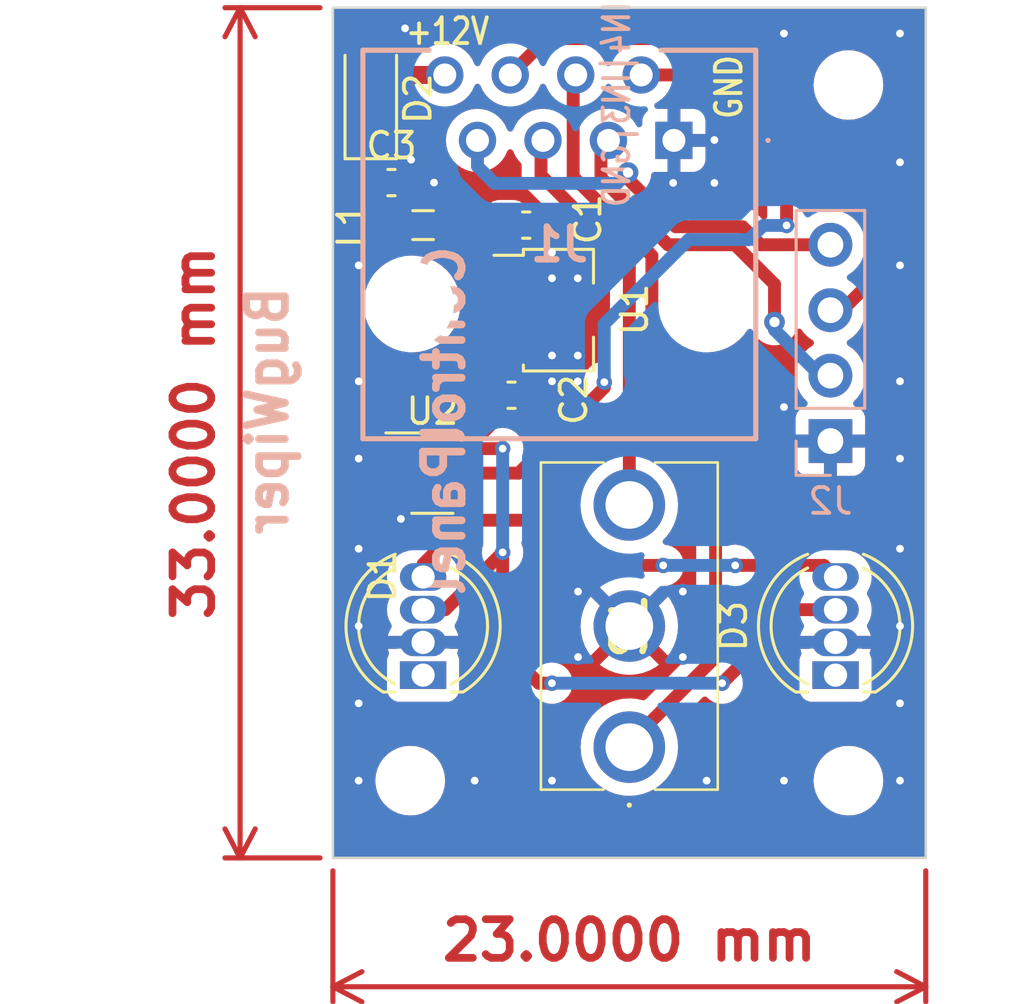
<source format=kicad_pcb>
(kicad_pcb (version 20221018) (generator pcbnew)
  (layers (0 "F.Cu" signal) (31 "B.Cu" signal) (34 "B.Paste" user) (35 "F.Paste" user) (36 "B.SilkS" user "B.Silkscreen") (37 "F.SilkS" user "F.Silkscreen") (38 "B.Mask" user) (39 "F.Mask" user) (44 "Edge.Cuts" user))
  (net 0 "")
  (net 2 "GND1")
  (net 3 "+5V")
  (net 4 "OUT1")
  (net 5 "Net-(D2-K)")
  (net 6 "V_IN")
  (net 7 "IN1")
  (net 8 "IN2")
  (net 10 "IN3")
  (net 11 "IN4")
  (net 12 "OUT_1")
  (net 14 "Net-(U1-VIN)")
  (net 15 "OUT2")
  (footprint "MountingHole:MountingHole_2.2mm_M2_DIN965" (layer "F.Cu") (at 170 97)
    (fp_text reference "H3" hide)
    (fp_text value "MountingHole")
    (pad "" np_thru_hole circle (at 0 0) (size 2.2 2.2) (drill 2.2) (layers "*.Cu" "*.Mask"))
  )
  (footprint "Package_TO_SOT_SMD:SOT-89-3" (layer "F.Cu") (at 158.75 78.739)
    (fp_text reference "U1" (at 2.9512 -0.0254 90) (layer "F.SilkS"))
    (fp_text value "AP2204R-5.0")
    (fp_line (start -2.5 -2.13) (end -1.36 -2.13) (stroke (width 0.12)) (layer "F.SilkS"))
    (fp_line (start -1.36 -2.36) (end -1.36 -2.13) (stroke (width 0.12)) (layer "F.SilkS"))
    (fp_line (start -1.36 -2.36) (end 1.36 -2.36) (stroke (width 0.12)) (layer "F.SilkS"))
    (fp_line (start -1.36 2.36) (end -1.36 2.13) (stroke (width 0.12)) (layer "F.SilkS"))
    (fp_line (start 1.36 -2.36) (end 1.36 -1.05) (stroke (width 0.12)) (layer "F.SilkS"))
    (fp_line (start 1.36 1.05) (end 1.36 2.36) (stroke (width 0.12)) (layer "F.SilkS"))
    (fp_line (start 1.36 2.36) (end -1.36 2.36) (stroke (width 0.12)) (layer "F.SilkS"))
    (pad "1" smd rect (at -1.95 -1.5) (size 1.3 0.9) (layers "F.Cu" "F.Paste" "F.Mask") (net 14 "Net-(U1-VIN)"))
    (pad "2" smd custom (at -1.8625 0) (size 1.475 0.9) (layers "F.Cu" "F.Paste" "F.Mask") (net 2 "GND1") (options (clearance outline) (anchor rect)) (primitives (gr_poly (pts (xy 3.8625 0.8665) (xy 0.7375 0.8665) (xy 0.7375 -0.8665) (xy 3.8625 -0.8665)) (width 0) (fill yes))))
    (pad "3" smd rect (at -1.95 1.5) (size 1.3 0.9) (layers "F.Cu" "F.Paste" "F.Mask") (net 3 "+5V"))
  )
  (footprint "Diode_SMD:D_SOD-123" (layer "F.Cu") (at 151.47 70.5 90)
    (fp_text reference "D2" (at -0.032 1.8288 90) (layer "F.SilkS"))
    (fp_text value "1N4148W")
    (fp_line (start -2.36 -1) (end -2.36 1) (stroke (width 0.12)) (layer "F.SilkS"))
    (fp_line (start -2.36 -1) (end 1.65 -1) (stroke (width 0.12)) (layer "F.SilkS"))
    (fp_line (start -2.36 1) (end 1.65 1) (stroke (width 0.12)) (layer "F.SilkS"))
    (pad "1" smd roundrect (at -1.65 0 90) (size 0.9 1.2) (layers "F.Cu" "F.Paste" "F.Mask") (net 5 "Net-(D2-K)"))
    (pad "2" smd roundrect (at 1.65 0 90) (size 0.9 1.2) (layers "F.Cu" "F.Paste" "F.Mask") (net 6 "V_IN"))
  )
  (footprint "Inductor_SMD:L_0805_2012Metric" (layer "F.Cu") (at 153.5 75.438)
    (fp_text reference "L1" (at -2.794 0 90) (layer "F.SilkS"))
    (fp_text value "L_Ferrite")
    (fp_line (start -0.399622 -0.56) (end 0.399622 -0.56) (stroke (width 0.12)) (layer "F.SilkS"))
    (fp_line (start -0.399622 0.56) (end 0.399622 0.56) (stroke (width 0.12)) (layer "F.SilkS"))
    (pad "1" smd roundrect (at -1.0625 0) (size 0.875 1.2) (layers "F.Cu" "F.Paste" "F.Mask") (net 5 "Net-(D2-K)"))
    (pad "2" smd roundrect (at 1.0625 0) (size 0.875 1.2) (layers "F.Cu" "F.Paste" "F.Mask") (net 14 "Net-(U1-VIN)"))
  )
  (footprint "BugWiper_lib:100SP4T1B4M2QE" (layer "F.Cu") (at 161.5 91 90)
    (fp_text reference "S1" (at 0 0 90) (layer "F.SilkS") (effects (font (size 1.27 1.27) (thickness 0.254))))
    (fp_text value "100SP4T1B4M2QE" hide)
    (fp_line (start -7 0) (end -7 0) (stroke (width 0.1)) (layer "F.SilkS"))
    (fp_line (start -6.9 0) (end -6.9 0) (stroke (width 0.1)) (layer "F.SilkS"))
    (fp_line (start -6.35 -3.43) (end 6.35 -3.43) (stroke (width 0.1)) (layer "F.SilkS"))
    (fp_line (start -6.35 -1) (end -6.35 -3.43) (stroke (width 0.1)) (layer "F.SilkS"))
    (fp_line (start -6.35 1) (end -6.35 3.43) (stroke (width 0.1)) (layer "F.SilkS"))
    (fp_line (start -6.35 3.43) (end 6.35 3.43) (stroke (width 0.1)) (layer "F.SilkS"))
    (fp_line (start 6.35 -3.43) (end 6.35 -1) (stroke (width 0.1)) (layer "F.SilkS"))
    (fp_line (start 6.35 3.43) (end 6.35 1) (stroke (width 0.1)) (layer "F.SilkS"))
    (fp_arc (start -7 0) (mid -6.95 -0.05) (end -6.9 0) (stroke (width 0.1)) (layer "F.SilkS"))
    (fp_arc (start -6.9 0) (mid -6.95 0.05) (end -7 0) (stroke (width 0.1)) (layer "F.SilkS"))
    (pad "1" thru_hole circle (at -4.7 0 90) (size 2.775 2.775) (drill 1.85) (layers "*.Cu" "*.Mask") (net 7 "IN1"))
    (pad "2" thru_hole circle (at 0 0 90) (size 2.775 2.775) (drill 1.85) (layers "*.Cu" "*.Mask") (net 2 "GND1"))
    (pad "3" thru_hole circle (at 4.7 0 90) (size 2.775 2.775) (drill 1.85) (layers "*.Cu" "*.Mask") (net 8 "IN2"))
  )
  (footprint "Capacitor_SMD:C_0603_1608Metric" (layer "F.Cu") (at 156.931 82.041)
    (fp_text reference "C2" (at 2.413 0.1778 90) (layer "F.SilkS"))
    (fp_text value "470nF")
    (fp_line (start -0.14058 -0.51) (end 0.14058 -0.51) (stroke (width 0.12)) (layer "F.SilkS"))
    (fp_line (start -0.14058 0.51) (end 0.14058 0.51) (stroke (width 0.12)) (layer "F.SilkS"))
    (pad "1" smd roundrect (at -0.775 0) (size 0.9 0.95) (layers "F.Cu" "F.Paste" "F.Mask") (net 3 "+5V"))
    (pad "2" smd roundrect (at 0.775 0) (size 0.9 0.95) (layers "F.Cu" "F.Paste" "F.Mask") (net 2 "GND1"))
  )
  (footprint "Capacitor_SMD:C_0603_1608Metric" (layer "F.Cu") (at 152.273 73.787)
    (fp_text reference "C3" (at 0 -1.43) (layer "F.SilkS"))
    (fp_text value "100nF")
    (fp_line (start -0.14058 -0.51) (end 0.14058 -0.51) (stroke (width 0.12)) (layer "F.SilkS"))
    (fp_line (start -0.14058 0.51) (end 0.14058 0.51) (stroke (width 0.12)) (layer "F.SilkS"))
    (pad "1" smd roundrect (at -0.775 0) (size 0.9 0.95) (layers "F.Cu" "F.Paste" "F.Mask") (net 5 "Net-(D2-K)"))
    (pad "2" smd roundrect (at 0.775 0) (size 0.9 0.95) (layers "F.Cu" "F.Paste" "F.Mask") (net 2 "GND1"))
  )
  (footprint "LED_THT:LED_D5.0mm-4_RGB" (layer "F.Cu") (at 169.5 91 90)
    (fp_text reference "D3" (at 0 -3.96 90) (layer "F.SilkS"))
    (fp_text value "APA-106-F5")
    (fp_line (start -2.56 -1.545) (end -2.56 -1.08) (stroke (width 0.12)) (layer "F.SilkS"))
    (fp_line (start -2.56 1.08) (end -2.56 1.545) (stroke (width 0.12)) (layer "F.SilkS"))
    (fp_arc (start -2.56 -1.54483) (mid 0.258456 -2.978809) (end 2.787815 -1.080827) (stroke (width 0.12)) (layer "F.SilkS"))
    (fp_arc (start -2.254684 -1.08) (mid -0.000238 -2.5) (end 2.254479 -1.080429) (stroke (width 0.12)) (layer "F.SilkS"))
    (fp_arc (start 2.254479 1.080429) (mid -0.000238 2.5) (end -2.254684 1.08) (stroke (width 0.12)) (layer "F.SilkS"))
    (fp_arc (start 2.787815 1.080827) (mid 0.258456 2.978808) (end -2.56 1.54483) (stroke (width 0.12)) (layer "F.SilkS"))
    (pad "1" thru_hole rect (at -1.905 0 90) (size 1.07 1.8) (drill 0.9) (layers "*.Cu" "*.Mask"))
    (pad "2" thru_hole oval (at -0.635 0 90) (size 1.07 1.8) (drill 0.9) (layers "*.Cu" "*.Mask") (net 2 "GND1"))
    (pad "3" thru_hole oval (at 0.635 0 90) (size 1.07 1.8) (drill 0.9) (layers "*.Cu" "*.Mask") (net 3 "+5V"))
    (pad "4" thru_hole oval (at 1.905 0 90) (size 1.07 1.8) (drill 0.9) (layers "*.Cu" "*.Mask") (net 12 "OUT_1"))
  )
  (footprint "MountingHole:MountingHole_2.2mm_M2_DIN965" (layer "F.Cu") (at 170 70)
    (fp_text reference "H1" hide)
    (fp_text value "MountingHole")
    (pad "" np_thru_hole circle (at 0 0) (size 2.2 2.2) (drill 2.2) (layers "*.Cu" "*.Mask"))
  )
  (footprint "Package_TO_SOT_SMD:SOT-23-5" (layer "F.Cu") (at 153.8576 85.0636)
    (fp_text reference "U2" (at 0 -2.4) (layer "F.SilkS"))
    (fp_text value "SN74LV1T34DBV")
    (fp_line (start 0 -1.56) (end -1.8 -1.56) (stroke (width 0.12)) (layer "F.SilkS"))
    (fp_line (start 0 -1.56) (end 0.8 -1.56) (stroke (width 0.12)) (layer "F.SilkS"))
    (fp_line (start 0 1.56) (end -0.8 1.56) (stroke (width 0.12)) (layer "F.SilkS"))
    (fp_line (start 0 1.56) (end 0.8 1.56) (stroke (width 0.12)) (layer "F.SilkS"))
    (pad "1" smd roundrect (at -1.1375 -0.95) (size 1.325 0.6) (layers "F.Cu" "F.Paste" "F.Mask"))
    (pad "2" smd roundrect (at -1.1375 0) (size 1.325 0.6) (layers "F.Cu" "F.Paste" "F.Mask") (net 4 "OUT1"))
    (pad "3" smd roundrect (at -1.1375 0.95) (size 1.325 0.6) (layers "F.Cu" "F.Paste" "F.Mask") (net 2 "GND1"))
    (pad "4" smd roundrect (at 1.1375 0.95) (size 1.325 0.6) (layers "F.Cu" "F.Paste" "F.Mask") (net 12 "OUT_1"))
    (pad "5" smd roundrect (at 1.1375 -0.95) (size 1.325 0.6) (layers "F.Cu" "F.Paste" "F.Mask") (net 3 "+5V"))
  )
  (footprint "MountingHole:MountingHole_2.2mm_M2_DIN965" (layer "F.Cu") (at 153 97)
    (fp_text reference "H2" hide)
    (fp_text value "MountingHole")
    (pad "" np_thru_hole circle (at 0 0) (size 2.2 2.2) (drill 2.2) (layers "*.Cu" "*.Mask"))
  )
  (footprint "Capacitor_SMD:C_0603_1608Metric" (layer "F.Cu") (at 157.5 75.438)
    (fp_text reference "C1" (at 2.3876 -0.2286 90) (layer "F.SilkS"))
    (fp_text value "100nF")
    (fp_line (start -0.14058 -0.51) (end 0.14058 -0.51) (stroke (width 0.12)) (layer "F.SilkS"))
    (fp_line (start -0.14058 0.51) (end 0.14058 0.51) (stroke (width 0.12)) (layer "F.SilkS"))
    (pad "1" smd roundrect (at -0.775 0) (size 0.9 0.95) (layers "F.Cu" "F.Paste" "F.Mask") (net 14 "Net-(U1-VIN)"))
    (pad "2" smd roundrect (at 0.775 0) (size 0.9 0.95) (layers "F.Cu" "F.Paste" "F.Mask") (net 2 "GND1"))
  )
  (footprint "LED_THT:LED_D5.0mm-4_RGB" (layer "F.Cu") (at 153.5 91 90)
    (fp_text reference "D1" (at 1.9008 -1.5728 90) (layer "F.SilkS"))
    (fp_text value "APA-106-F5")
    (fp_line (start -2.56 -1.545) (end -2.56 -1.08) (stroke (width 0.12)) (layer "F.SilkS"))
    (fp_line (start -2.56 1.08) (end -2.56 1.545) (stroke (width 0.12)) (layer "F.SilkS"))
    (fp_arc (start -2.56 -1.54483) (mid 0.258456 -2.978809) (end 2.787815 -1.080827) (stroke (width 0.12)) (layer "F.SilkS"))
    (fp_arc (start -2.254684 -1.08) (mid -0.000238 -2.5) (end 2.254479 -1.080429) (stroke (width 0.12)) (layer "F.SilkS"))
    (fp_arc (start 2.254479 1.080429) (mid -0.000238 2.5) (end -2.254684 1.08) (stroke (width 0.12)) (layer "F.SilkS"))
    (fp_arc (start 2.787815 1.080827) (mid 0.258456 2.978808) (end -2.56 1.54483) (stroke (width 0.12)) (layer "F.SilkS"))
    (pad "1" thru_hole rect (at -1.905 0 90) (size 1.07 1.8) (drill 0.9) (layers "*.Cu" "*.Mask"))
    (pad "2" thru_hole oval (at -0.635 0 90) (size 1.07 1.8) (drill 0.9) (layers "*.Cu" "*.Mask") (net 2 "GND1"))
    (pad "3" thru_hole oval (at 0.635 0 90) (size 1.07 1.8) (drill 0.9) (layers "*.Cu" "*.Mask") (net 3 "+5V"))
    (pad "4" thru_hole oval (at 1.905 0 90) (size 1.07 1.8) (drill 0.9) (layers "*.Cu" "*.Mask") (net 12 "OUT_1"))
  )
  (footprint "Connector_PinHeader_2.54mm:PinHeader_1x04_P2.54mm_Vertical" (layer "B.Cu") (at 169.3008 83.82)
    (fp_text reference "J2" (at 0 2.33 180) (layer "B.SilkS") (effects (justify mirror)))
    (fp_text value "Conn_01x03_Socket")
    (fp_line (start -1.33 -8.95) (end 1.33 -8.95) (stroke (width 0.12)) (layer "B.SilkS"))
    (fp_line (start -1.33 -1.27) (end -1.33 -8.95) (stroke (width 0.12)) (layer "B.SilkS"))
    (fp_line (start -1.33 -1.27) (end 1.33 -1.27) (stroke (width 0.12)) (layer "B.SilkS"))
    (fp_line (start -1.33 0) (end -1.33 1.33) (stroke (width 0.12)) (layer "B.SilkS"))
    (fp_line (start -1.33 1.33) (end 0 1.33) (stroke (width 0.12)) (layer "B.SilkS"))
    (fp_line (start 1.33 -1.27) (end 1.33 -8.95) (stroke (width 0.12)) (layer "B.SilkS"))
    (pad "1" thru_hole rect (at 0 0) (size 1.7 1.7) (drill 1) (layers "*.Cu" "*.Mask") (net 2 "GND1"))
    (pad "2" thru_hole oval (at 0 -2.54) (size 1.7 1.7) (drill 1) (layers "*.Cu" "*.Mask") (net 15 "OUT2"))
    (pad "3" thru_hole oval (at 0 -5.08) (size 1.7 1.7) (drill 1) (layers "*.Cu" "*.Mask") (net 10 "IN3"))
    (pad "4" thru_hole oval (at 0 -7.62) (size 1.7 1.7) (drill 1) (layers "*.Cu" "*.Mask") (net 11 "IN4"))
  )
  (footprint "BugWiper_lib:MJ3415882" (layer "B.Cu") (at 163.23 72.15 180)
    (fp_text reference "J1" (at 4.445 -4.04) (layer "B.SilkS") (effects (font (size 1.27 1.27) (thickness 0.254)) (justify mirror)))
    (fp_text value "RJ45" hide)
    (fp_line (start -3.7 0) (end -3.7 0) (stroke (width 0.1)) (layer "B.SilkS"))
    (fp_line (start -3.6 0) (end -3.6 0) (stroke (width 0.1)) (layer "B.SilkS"))
    (fp_line (start -3.175 -11.58) (end 12.065 -11.58) (stroke (width 0.2)) (layer "B.SilkS"))
    (fp_line (start -3.175 3.5) (end -3.175 -11.58) (stroke (width 0.2)) (layer "B.SilkS"))
    (fp_line (start 0.5 3.5) (end -3.175 3.5) (stroke (width 0.2)) (layer "B.SilkS"))
    (fp_line (start 12.065 -11.58) (end 12.065 3.5) (stroke (width 0.2)) (layer "B.SilkS"))
    (fp_line (start 12.065 3.5) (end 9.5 3.5) (stroke (width 0.2)) (layer "B.SilkS"))
    (fp_arc (start -3.7 0) (mid -3.65 -0.05) (end -3.6 0) (stroke (width 0.1)) (layer "B.SilkS"))
    (fp_arc (start -3.6 0) (mid -3.65 0.05) (end -3.7 0) (stroke (width 0.1)) (layer "B.SilkS"))
    (pad "" np_thru_hole circle (at -1.27 -6.35 180) (size 3.25 3.25) (drill 3.25) (layers "*.Cu" "*.Mask"))
    (pad "" np_thru_hole circle (at 10.16 -6.35 180) (size 3.25 3.25) (drill 3.25) (layers "*.Cu" "*.Mask"))
    (pad "1" thru_hole rect (at 0 0 180) (size 1.446 1.446) (drill 0.89) (layers "*.Cu" "*.Mask") (net 2 "GND1"))
    (pad "2" thru_hole circle (at 1.27 2.54 180) (size 1.446 1.446) (drill 0.89) (layers "*.Cu" "*.Mask") (net 4 "OUT1"))
    (pad "3" thru_hole circle (at 2.54 0 180) (size 1.446 1.446) (drill 0.89) (layers "*.Cu" "*.Mask") (net 15 "OUT2"))
    (pad "4" thru_hole circle (at 3.81 2.54 180) (size 1.446 1.446) (drill 0.89) (layers "*.Cu" "*.Mask") (net 7 "IN1"))
    (pad "5" thru_hole circle (at 5.08 0 180) (size 1.446 1.446) (drill 0.89) (layers "*.Cu" "*.Mask") (net 8 "IN2"))
    (pad "6" thru_hole circle (at 6.35 2.54 180) (size 1.446 1.446) (drill 0.89) (layers "*.Cu" "*.Mask") (net 10 "IN3"))
    (pad "7" thru_hole circle (at 7.62 0 180) (size 1.446 1.446) (drill 0.89) (layers "*.Cu" "*.Mask") (net 11 "IN4"))
    (pad "8" thru_hole circle (at 8.89 2.54 180) (size 1.446 1.446) (drill 0.89) (layers "*.Cu" "*.Mask") (net 6 "V_IN"))
  )
  (gr_rect (start 150 67) (end 173 100) (stroke (width 0.1)) (fill none) (layer "Edge.Cuts"))
  (gr_text "ControlPanel" (at 155.194 76.0984 90) (layer "B.SilkS") (effects (font (size 1.5 1.4) (thickness 0.3) bold) (justify left bottom mirror)))
  (gr_text "BugWiper" (at 148.336 77.6732 90) (layer "B.SilkS") (effects (font (size 1.5 1.4) (thickness 0.3) bold) (justify left bottom mirror)))
  (gr_text "IN4|IN3|GND" (at 161.5948 66.7004 90) (layer "B.SilkS") (effects (font (size 1 0.8)) (justify left bottom mirror)))
  (gr_text "GND" (at 165.948 71.3984 90) (layer "F.SilkS") (effects (font (size 1 0.8) (thickness 0.15) bold) (justify left bottom)))
  (gr_text "+12V" (at 152.75 68.5) (layer "F.SilkS") (effects (font (size 1 0.8) (thickness 0.15) bold) (justify left bottom)))
  (dimension (type aligned) (layer "F.Cu") (pts (xy 173 100) (xy 150 100)) (height -5) (gr_text "23.0000 mm" (at 161.5 103.2) (layer "F.Cu") (effects (font (size 1.5 1.5) (thickness 0.3)))) (format (prefix "") (suffix "") (units 3) (units_format 1) (precision 4)) (style (thickness 0.2) (arrow_length 1.27) (text_position_mode 0) (extension_height 0.58642) (extension_offset 0.5) keep_text_aligned))
  (dimension (type aligned) (layer "F.Cu") (pts (xy 150 67) (xy 150 100)) (height 3.599999) (gr_text "33.0000 mm" (at 144.600001 83.5 90) (layer "F.Cu") (effects (font (size 1.5 1.5) (thickness 0.3)))) (format (prefix "") (suffix "") (units 3) (units_format 1) (precision 4)) (style (thickness 0.2) (arrow_length 1.27) (text_position_mode 0) (extension_height 0.58642) (extension_offset 0.5) keep_text_aligned))
  (segment (start 158.275 78.046) (end 158.275 75.437) (width 0.7) (layer "F.Cu") (net 2))
  (segment (start 157.582 78.739) (end 158.275 78.046) (width 0.7) (layer "F.Cu") (net 2))
  (segment (start 156.8875 78.739) (end 157.582 78.739) (width 0.7) (layer "F.Cu") (net 2))
  (via (at 151 77) (size 0.6) (drill 0.3) (layers "F.Cu" "B.Cu") (net 2))
  (via (at 167.5 68) (size 0.6) (drill 0.3) (layers "F.Cu" "B.Cu") (net 2))
  (via (at 151 84.5) (size 0.6) (drill 0.3) (layers "F.Cu" "B.Cu") (net 2))
  (via (at 172 91) (size 0.6) (drill 0.3) (layers "F.Cu" "B.Cu") (net 2))
  (via (at 172 94) (size 0.6) (drill 0.3) (layers "F.Cu" "B.Cu") (net 2))
  (via (at 167.5 82.5) (size 0.6) (drill 0.3) (layers "F.Cu" "B.Cu") (net 2))
  (via (at 158.5 80.5) (size 0.6) (drill 0.3) (layers "F.Cu" "B.Cu") (net 2))
  (via (at 163.576 89.662) (size 0.6) (drill 0.3) (layers "F.Cu" "B.Cu") (net 2))
  (via (at 158.5 76.5) (size 0.6) (drill 0.3) (layers "F.Cu" "B.Cu") (net 2))
  (via (at 155.5 97) (size 0.6) (drill 0.3) (layers "F.Cu" "B.Cu") (net 2))
  (via (at 152.8 67.8) (size 0.6) (drill 0.3) (layers "F.Cu" "B.Cu") (net 2))
  (via (at 159.5 81.5) (size 0.6) (drill 0.3) (layers "F.Cu" "B.Cu") (net 2))
  (via (at 153.924 73.787) (size 0.6) (drill 0.3) (layers "F.Cu" "B.Cu") (net 2))
  (via (at 159.5 80.5) (size 0.6) (drill 0.3) (layers "F.Cu" "B.Cu") (net 2))
  (via (at 151 94) (size 0.6) (drill 0.3) (layers "F.Cu" "B.Cu") (net 2))
  (via (at 158.5 97) (size 0.6) (drill 0.3) (layers "F.Cu" "B.Cu") (net 2))
  (via (at 151 81.5) (size 0.6) (drill 0.3) (layers "F.Cu" "B.Cu") (net 2))
  (via (at 172 73) (size 0.6) (drill 0.3) (layers "F.Cu" "B.Cu") (net 2))
  (via (at 172 81.5) (size 0.6) (drill 0.3) (layers "F.Cu" "B.Cu") (net 2))
  (via (at 158.5 77.5) (size 0.6) (drill 0.3) (layers "F.Cu" "B.Cu") (net 2))
  (via (at 159.5 77.5) (size 0.6) (drill 0.3) (layers "F.Cu" "B.Cu") (net 2))
  (via (at 172 77) (size 0.6) (drill 0.3) (layers "F.Cu" "B.Cu") (net 2))
  (via (at 151 88) (size 0.6) (drill 0.3) (layers "F.Cu" "B.Cu") (net 2))
  (via (at 172 97) (size 0.6) (drill 0.3) (layers "F.Cu" "B.Cu") (net 2))
  (via (at 163.2 73.8) (size 0.6) (drill 0.3) (layers "F.Cu" "B.Cu") (net 2))
  (via (at 151 97) (size 0.6) (drill 0.3) (layers "F.Cu" "B.Cu") (net 2))
  (via (at 172 84.5) (size 0.6) (drill 0.3) (layers "F.Cu" "B.Cu") (net 2))
  (via (at 159.512 89.662) (size 0.6) (drill 0.3) (layers "F.Cu" "B.Cu") (net 2))
  (via (at 164.8 73.8) (size 0.6) (drill 0.3) (layers "F.Cu" "B.Cu") (net 2))
  (via (at 172 68) (size 0.6) (drill 0.3) (layers "F.Cu" "B.Cu") (net 2))
  (via (at 164.5 97) (size 0.6) (drill 0.3) (layers "F.Cu" "B.Cu") (net 2))
  (via (at 153.035 72.898) (size 0.6) (drill 0.3) (layers "F.Cu" "B.Cu") (net 2))
  (via (at 152.6384 86.8416) (size 0.6) (drill 0.3) (layers "F.Cu" "B.Cu") (net 2))
  (via (at 159.512 92.202) (size 0.6) (drill 0.3) (layers "F.Cu" "B.Cu") (net 2))
  (via (at 167.5 97) (size 0.6) (drill 0.3) (layers "F.Cu" "B.Cu") (net 2))
  (via (at 172 88) (size 0.6) (drill 0.3) (layers "F.Cu" "B.Cu") (net 2))
  (via (at 151 91) (size 0.6) (drill 0.3) (layers "F.Cu" "B.Cu") (net 2))
  (via (at 163.576 92.202) (size 0.6) (drill 0.3) (layers "F.Cu" "B.Cu") (net 2))
  (via (at 158.5 81.5) (size 0.6) (drill 0.3) (layers "F.Cu" "B.Cu") (net 2))
  (via (at 169.5 84) (size 0.6) (drill 0.3) (layers "F.Cu" "B.Cu") (net 2))
  (via (at 164.8 72.135) (size 0.6) (drill 0.3) (layers "F.Cu" "B.Cu") (net 2))
  (segment (start 156.156 83.1559) (end 155.1983 84.1136) (width 0.5) (layer "F.Cu") (net 3))
  (segment (start 156.5856 91.8156) (end 156.5856 88.138) (width 0.5) (layer "F.Cu") (net 3))
  (segment (start 156.156 82.041) (end 156.156 83.1559) (width 0.5) (layer "F.Cu") (net 3))
  (segment (start 165.1 93.218) (end 167.953 90.365) (width 0.5) (layer "F.Cu") (net 3))
  (segment (start 167.953 90.365) (end 169.5 90.365) (width 0.5) (layer "F.Cu") (net 3))
  (segment (start 158.496 93.218) (end 157.988 93.218) (width 0.5) (layer "F.Cu") (net 3))
  (segment (start 156.6008 84.0984) (end 156.5856 84.1136) (width 0.5) (layer "F.Cu") (net 3))
  (segment (start 157.988 93.218) (end 156.5856 91.8156) (width 0.5) (layer "F.Cu") (net 3))
  (segment (start 154.3586 90.365) (end 153.5 90.365) (width 0.5) (layer "F.Cu") (net 3))
  (segment (start 156.5856 88.138) (end 154.3586 90.365) (width 0.5) (layer "F.Cu") (net 3))
  (segment (start 156.8 81.397) (end 156.156 82.041) (width 0.5) (layer "F.Cu") (net 3))
  (segment (start 154.9951 84.1136) (end 156.5856 84.1136) (width 0.5) (layer "F.Cu") (net 3))
  (segment (start 156.8 80.239) (end 156.8 81.397) (width 0.5) (layer "F.Cu") (net 3))
  (via (at 165.1 93.218) (size 0.6) (drill 0.3) (layers "F.Cu" "B.Cu") (net 3))
  (via (at 158.496 93.218) (size 0.6) (drill 0.3) (layers "F.Cu" "B.Cu") (net 3))
  (via (at 156.5856 84.1136) (size 0.6) (drill 0.3) (layers "F.Cu" "B.Cu") (net 3))
  (via (at 156.5856 88.138) (size 0.6) (drill 0.3) (layers "F.Cu" "B.Cu") (net 3))
  (segment (start 156.5856 88.138) (end 156.5856 84.1136) (width 0.5) (layer "B.Cu") (net 3))
  (segment (start 158.496 93.218) (end 165.1 93.218) (width 0.5) (layer "B.Cu") (net 3))
  (segment (start 157.2104 85.0636) (end 152.7201 85.0636) (width 0.5) (layer "F.Cu") (net 4))
  (segment (start 167.6 73.0562) (end 164.1538 69.61) (width 0.5) (layer "F.Cu") (net 4))
  (segment (start 164.1538 69.61) (end 161.96 69.61) (width 0.5) (layer "F.Cu") (net 4))
  (segment (start 160.528 81.534) (end 160.528 81.746) (width 0.5) (layer "F.Cu") (net 4))
  (segment (start 167.6 75.45) (end 167.6 73.0562) (width 0.5) (layer "F.Cu") (net 4))
  (segment (start 160.528 81.746) (end 157.2104 85.0636) (width 0.5) (layer "F.Cu") (net 4))
  (via (at 167.6 75.45) (size 0.6) (drill 0.3) (layers "F.Cu" "B.Cu") (net 4))
  (via (at 160.528 81.534) (size 0.6) (drill 0.3) (layers "F.Cu" "B.Cu") (net 4))
  (segment (start 160.528 79.272) (end 160.528 81.534) (width 0.5) (layer "B.Cu") (net 4))
  (segment (start 166.697918 75.45) (end 166.147918 76) (width 0.5) (layer "B.Cu") (net 4))
  (segment (start 167.6 75.45) (end 166.697918 75.45) (width 0.5) (layer "B.Cu") (net 4))
  (segment (start 166.147918 76) (end 163.8 76) (width 0.5) (layer "B.Cu") (net 4))
  (segment (start 163.8 76) (end 160.528 79.272) (width 0.5) (layer "B.Cu") (net 4))
  (segment (start 151.47 74.4705) (end 152.4375 75.438) (width 0.7) (layer "F.Cu") (net 5))
  (segment (start 151.47 72.15) (end 151.47 74.4705) (width 0.7) (layer "F.Cu") (net 5))
  (segment (start 151.47 68.75) (end 152.33 69.61) (width 0.7) (layer "F.Cu") (net 6))
  (segment (start 152.33 69.61) (end 154.055 69.61) (width 0.7) (layer "F.Cu") (net 6))
  (segment (start 164.846 92.202) (end 161.848 95.2) (width 0.5) (layer "F.Cu") (net 7))
  (segment (start 162.25 76.5) (end 162.375 76.625) (width 0.5) (layer "F.Cu") (net 7))
  (segment (start 162.375 76.625) (end 162.375 82.619) (width 0.5) (layer "F.Cu") (net 7))
  (segment (start 161.848 95.2) (end 161.5 95.2) (width 0.5) (layer "F.Cu") (net 7))
  (segment (start 159.135 69.61) (end 159.323 69.798) (width 0.5) (layer "F.Cu") (net 7))
  (segment (start 162.375 82.619) (end 164.846 85.09) (width 0.5) (layer "F.Cu") (net 7))
  (segment (start 164.846 85.09) (end 164.846 92.202) (width 0.5) (layer "F.Cu") (net 7))
  (segment (start 159.323 69.798) (end 159.323 73.5618) (width 0.5) (layer "F.Cu") (net 7))
  (segment (start 159.323 73.5618) (end 162.25 76.4888) (width 0.5) (layer "F.Cu") (net 7))
  (segment (start 162.25 76.4888) (end 162.25 76.5) (width 0.5) (layer "F.Cu") (net 7))
  (segment (start 158.074 73.50595) (end 161.5 76.93195) (width 0.5) (layer "F.Cu") (net 8))
  (segment (start 158.074 72.359) (end 158.074 73.50595) (width 0.5) (layer "F.Cu") (net 8))
  (segment (start 161.5 76.93195) (end 161.5 85.8) (width 0.5) (layer "F.Cu") (net 8))
  (segment (start 157.865 72.15) (end 158.074 72.359) (width 0.5) (layer "F.Cu") (net 8))
  (segment (start 169.9538 78.5462) (end 169.3008 78.5462) (width 0.5) (layer "F.Cu") (net 10))
  (segment (start 156.88 69.61) (end 158.29 68.2) (width 0.5) (layer "F.Cu") (net 10))
  (segment (start 170.9235 75.1235) (end 170.9235 77.5765) (width 0.5) (layer "F.Cu") (net 10))
  (segment (start 158.29 68.2) (end 164 68.2) (width 0.5) (layer "F.Cu") (net 10))
  (segment (start 170.9235 77.5765) (end 169.9538 78.5462) (width 0.5) (layer "F.Cu") (net 10))
  (segment (start 164 68.2) (end 170.9235 75.1235) (width 0.5) (layer "F.Cu") (net 10))
  (segment (start 161.45 73.398959) (end 161.45 73.65) (width 0.5) (layer "F.Cu") (net 11))
  (segment (start 166.589949 76.2) (end 169.3008 76.2) (width 0.5) (layer "F.Cu") (net 11))
  (segment (start 161.45 73.65) (end 163.3 75.5) (width 0.5) (layer "F.Cu") (net 11))
  (segment (start 163.3 75.5) (end 165.889949 75.5) (width 0.5) (layer "F.Cu") (net 11))
  (segment (start 165.889949 75.5) (end 166.589949 76.2) (width 0.5) (layer "F.Cu") (net 11))
  (via (at 161.45 73.398959) (size 0.8) (drill 0.4) (layers "F.Cu" "B.Cu") (net 11))
  (segment (start 161.030959 73.818) (end 156.272 73.818) (width 0.5) (layer "B.Cu") (net 11))
  (segment (start 155.61 72.15) (end 155.825 72.15) (width 0.5) (layer "B.Cu") (net 11))
  (segment (start 155.61 73.156) (end 155.61 72.15) (width 0.5) (layer "B.Cu") (net 11))
  (segment (start 161.45 73.398959) (end 161.030959 73.818) (width 0.5) (layer "B.Cu") (net 11))
  (segment (start 156.272 73.818) (end 155.61 73.156) (width 0.5) (layer "B.Cu") (net 11))
  (segment (start 169.051 88.646) (end 169.5 89.095) (width 0.5) (layer "F.Cu") (net 12))
  (segment (start 155.1983 86.8917) (end 158.5197 86.8917) (width 0.5) (layer "F.Cu") (net 12))
  (segment (start 155.1983 86.0136) (end 155.1983 86.8917) (width 0.5) (layer "F.Cu") (net 12))
  (segment (start 154.9951 86.6885) (end 155.1983 86.8917) (width 0.5) (layer "F.Cu") (net 12))
  (segment (start 155.1983 86.8917) (end 153.5 88.59) (width 0.5) (layer "F.Cu") (net 12))
  (segment (start 160.274 88.646) (end 162.814 88.646) (width 0.5) (layer "F.Cu") (net 12))
  (segment (start 165.608 88.646) (end 169.051 88.646) (width 0.5) (layer "F.Cu") (net 12))
  (segment (start 158.5197 86.8917) (end 160.274 88.646) (width 0.5) (layer "F.Cu") (net 12))
  (segment (start 154.9951 86.0136) (end 154.9951 86.6885) (width 0.5) (layer "F.Cu") (net 12))
  (via (at 162.814 88.646) (size 0.6) (drill 0.3) (layers "F.Cu" "B.Cu") (net 12))
  (via (at 165.608 88.646) (size 0.6) (drill 0.3) (layers "F.Cu" "B.Cu") (net 12))
  (segment (start 162.814 88.646) (end 165.608 88.646) (width 0.5) (layer "B.Cu") (net 12))
  (segment (start 156.725 75.437) (end 156.75 75.462) (width 0.7) (layer "F.Cu") (net 14))
  (segment (start 156.75 75.462) (end 156.75 77.189) (width 0.7) (layer "F.Cu") (net 14))
  (segment (start 156.75 77.189) (end 156.8 77.239) (width 0.7) (layer "F.Cu") (net 14))
  (segment (start 154.5635 75.057) (end 154.5635 75.437) (width 0.7) (layer "F.Cu") (net 14))
  (segment (start 154.5635 75.437) (end 156.725 75.437) (width 0.7) (layer "F.Cu") (net 14))
  (segment (start 160.4 73.6) (end 160.4 72.44) (width 0.5) (layer "F.Cu") (net 15))
  (segment (start 167.132 79.2) (end 167.132 77.732) (width 0.5) (layer "F.Cu") (net 15))
  (segment (start 167.132 77.732) (end 165.6 76.2) (width 0.5) (layer "F.Cu") (net 15))
  (segment (start 165.6 76.2) (end 163 76.2) (width 0.5) (layer "F.Cu") (net 15))
  (segment (start 163 76.2) (end 160.4 73.6) (width 0.5) (layer "F.Cu") (net 15))
  (segment (start 160.4 72.44) (end 160.69 72.15) (width 0.5) (layer "F.Cu") (net 15))
  (via (at 167.132 79.2) (size 0.8) (drill 0.4) (layers "F.Cu" "B.Cu") (net 15))
  (segment (start 167.132 79.502) (end 168.91 81.28) (width 0.5) (layer "B.Cu") (net 15))
  (segment (start 167.132 79.2) (end 167.132 79.502) (width 0.5) (layer "B.Cu") (net 15))
  (segment (start 168.91 81.28) (end 169.3008 81.28) (width 0.5) (layer "B.Cu") (net 15))
  (zone (net 2) (net_name "GND1") (layers "F&B.Cu") (connect_pads thru_hole_only (clearance 0.5)) (min_thickness 0.25) (fill yes (thermal_gap 0.5) (thermal_bridge_width 0.5))
    (polygon (pts (xy 150 67) (xy 173 67) (xy 173 100) (xy 150 100)))
  )
)
</source>
